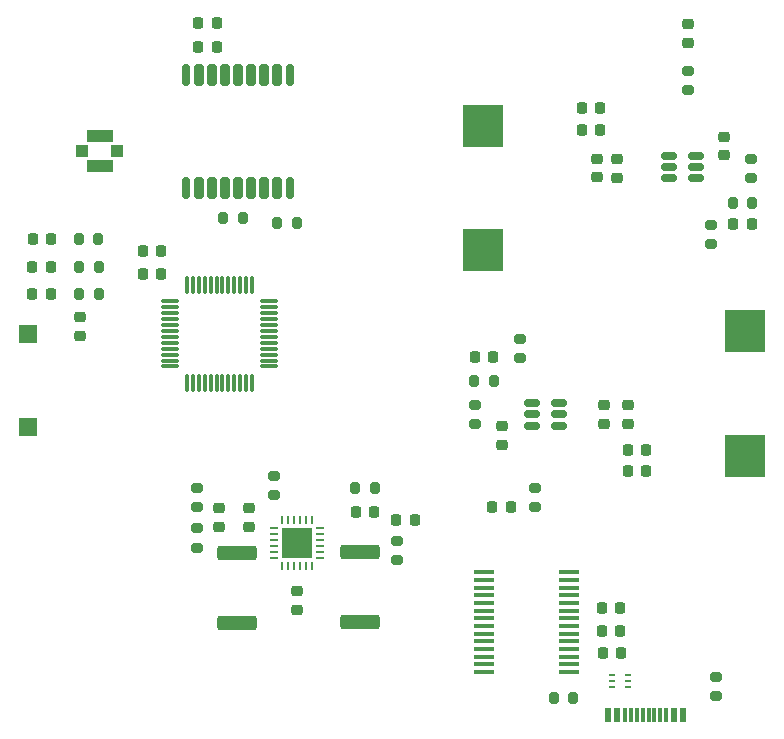
<source format=gbr>
%TF.GenerationSoftware,KiCad,Pcbnew,7.0.7*%
%TF.CreationDate,2024-10-25T12:06:38-05:00*%
%TF.ProjectId,TrackingTurrentBoard,54726163-6b69-46e6-9754-757272656e74,rev?*%
%TF.SameCoordinates,Original*%
%TF.FileFunction,Paste,Top*%
%TF.FilePolarity,Positive*%
%FSLAX46Y46*%
G04 Gerber Fmt 4.6, Leading zero omitted, Abs format (unit mm)*
G04 Created by KiCad (PCBNEW 7.0.7) date 2024-10-25 12:06:38*
%MOMM*%
%LPD*%
G01*
G04 APERTURE LIST*
G04 Aperture macros list*
%AMRoundRect*
0 Rectangle with rounded corners*
0 $1 Rounding radius*
0 $2 $3 $4 $5 $6 $7 $8 $9 X,Y pos of 4 corners*
0 Add a 4 corners polygon primitive as box body*
4,1,4,$2,$3,$4,$5,$6,$7,$8,$9,$2,$3,0*
0 Add four circle primitives for the rounded corners*
1,1,$1+$1,$2,$3*
1,1,$1+$1,$4,$5*
1,1,$1+$1,$6,$7*
1,1,$1+$1,$8,$9*
0 Add four rect primitives between the rounded corners*
20,1,$1+$1,$2,$3,$4,$5,0*
20,1,$1+$1,$4,$5,$6,$7,0*
20,1,$1+$1,$6,$7,$8,$9,0*
20,1,$1+$1,$8,$9,$2,$3,0*%
G04 Aperture macros list end*
%ADD10RoundRect,0.200000X-0.200000X-0.275000X0.200000X-0.275000X0.200000X0.275000X-0.200000X0.275000X0*%
%ADD11RoundRect,0.200000X0.275000X-0.200000X0.275000X0.200000X-0.275000X0.200000X-0.275000X-0.200000X0*%
%ADD12RoundRect,0.225000X-0.225000X-0.250000X0.225000X-0.250000X0.225000X0.250000X-0.225000X0.250000X0*%
%ADD13RoundRect,0.225000X-0.250000X0.225000X-0.250000X-0.225000X0.250000X-0.225000X0.250000X0.225000X0*%
%ADD14RoundRect,0.200000X-0.275000X0.200000X-0.275000X-0.200000X0.275000X-0.200000X0.275000X0.200000X0*%
%ADD15R,1.500000X1.500000*%
%ADD16RoundRect,0.250000X-1.425000X0.362500X-1.425000X-0.362500X1.425000X-0.362500X1.425000X0.362500X0*%
%ADD17RoundRect,0.225000X0.250000X-0.225000X0.250000X0.225000X-0.250000X0.225000X-0.250000X-0.225000X0*%
%ADD18R,0.990600X0.990600*%
%ADD19R,2.209800X1.041400*%
%ADD20RoundRect,0.150000X0.512500X0.150000X-0.512500X0.150000X-0.512500X-0.150000X0.512500X-0.150000X0*%
%ADD21RoundRect,0.075000X-0.662500X-0.075000X0.662500X-0.075000X0.662500X0.075000X-0.662500X0.075000X0*%
%ADD22RoundRect,0.075000X-0.075000X-0.662500X0.075000X-0.662500X0.075000X0.662500X-0.075000X0.662500X0*%
%ADD23RoundRect,0.218750X-0.218750X-0.256250X0.218750X-0.256250X0.218750X0.256250X-0.218750X0.256250X0*%
%ADD24R,3.505200X3.657600*%
%ADD25RoundRect,0.225000X0.225000X0.250000X-0.225000X0.250000X-0.225000X-0.250000X0.225000X-0.250000X0*%
%ADD26R,0.480000X0.200000*%
%ADD27R,0.762000X0.254000*%
%ADD28R,0.254000X0.762000*%
%ADD29R,2.641600X2.641600*%
%ADD30RoundRect,0.200000X0.200000X0.275000X-0.200000X0.275000X-0.200000X-0.275000X0.200000X-0.275000X0*%
%ADD31R,1.750000X0.450000*%
%ADD32RoundRect,0.175000X-0.175000X0.725000X-0.175000X-0.725000X0.175000X-0.725000X0.175000X0.725000X0*%
%ADD33RoundRect,0.200000X-0.200000X0.700000X-0.200000X-0.700000X0.200000X-0.700000X0.200000X0.700000X0*%
%ADD34RoundRect,0.218750X-0.256250X0.218750X-0.256250X-0.218750X0.256250X-0.218750X0.256250X0.218750X0*%
%ADD35R,0.590000X1.150000*%
%ADD36R,0.298000X1.150000*%
%ADD37RoundRect,0.150000X-0.512500X-0.150000X0.512500X-0.150000X0.512500X0.150000X-0.512500X0.150000X0*%
G04 APERTURE END LIST*
%TO.C,U401*%
G36*
X137023000Y-101423500D02*
G01*
X135902200Y-101423500D01*
X135902200Y-100302700D01*
X137023000Y-100302700D01*
X137023000Y-101423500D01*
G37*
G36*
X137023000Y-102744300D02*
G01*
X135902200Y-102744300D01*
X135902200Y-101623500D01*
X137023000Y-101623500D01*
X137023000Y-102744300D01*
G37*
G36*
X138343800Y-101423500D02*
G01*
X137223000Y-101423500D01*
X137223000Y-100302700D01*
X138343800Y-100302700D01*
X138343800Y-101423500D01*
G37*
G36*
X138343800Y-102744300D02*
G01*
X137223000Y-102744300D01*
X137223000Y-101623500D01*
X138343800Y-101623500D01*
X138343800Y-102744300D01*
G37*
%TD*%
D10*
%TO.C,R101*%
X118628100Y-75793500D03*
X120278100Y-75793500D03*
%TD*%
D11*
%TO.C,R407*%
X135133906Y-97473485D03*
X135133906Y-95823485D03*
%TD*%
D12*
%TO.C,C104*%
X162988800Y-110842400D03*
X164538800Y-110842400D03*
%TD*%
D11*
%TO.C,R111*%
X172575000Y-114475000D03*
X172575000Y-112825000D03*
%TD*%
D13*
%TO.C,C202*%
X165150800Y-89865200D03*
X165150800Y-91415200D03*
%TD*%
D12*
%TO.C,C211*%
X161226200Y-64693800D03*
X162776200Y-64693800D03*
%TD*%
D10*
%TO.C,R107*%
X118682000Y-80467200D03*
X120332000Y-80467200D03*
%TD*%
D11*
%TO.C,R406*%
X145550000Y-103000000D03*
X145550000Y-101350000D03*
%TD*%
D13*
%TO.C,C406*%
X130519000Y-98589500D03*
X130519000Y-100139500D03*
%TD*%
D14*
%TO.C,R404*%
X128614000Y-100253500D03*
X128614000Y-101903500D03*
%TD*%
D12*
%TO.C,C210*%
X161226200Y-66573400D03*
X162776200Y-66573400D03*
%TD*%
D15*
%TO.C,SW101*%
X114300000Y-91657000D03*
X114300000Y-83857000D03*
%TD*%
D16*
%TO.C,R402*%
X142475000Y-102287500D03*
X142475000Y-108212500D03*
%TD*%
D17*
%TO.C,C101*%
X118745000Y-83960000D03*
X118745000Y-82410000D03*
%TD*%
D12*
%TO.C,C404*%
X145529000Y-99568000D03*
X147079000Y-99568000D03*
%TD*%
D18*
%TO.C,U302*%
X121896401Y-68326000D03*
D19*
X120421400Y-67076000D03*
D18*
X118946399Y-68326000D03*
D19*
X120421400Y-69576000D03*
%TD*%
D20*
%TO.C,U201*%
X159303300Y-91590200D03*
X159303300Y-90640200D03*
X159303300Y-89690200D03*
X157028300Y-89690200D03*
X157028300Y-90640200D03*
X157028300Y-91590200D03*
%TD*%
D11*
%TO.C,R203*%
X152196800Y-91465200D03*
X152196800Y-89815200D03*
%TD*%
D10*
%TO.C,R106*%
X118682000Y-78130400D03*
X120332000Y-78130400D03*
%TD*%
D12*
%TO.C,C302*%
X128765000Y-59563000D03*
X130315000Y-59563000D03*
%TD*%
%TO.C,C105*%
X162942200Y-108939400D03*
X164492200Y-108939400D03*
%TD*%
D13*
%TO.C,C405*%
X133029000Y-98589500D03*
X133029000Y-100139500D03*
%TD*%
D21*
%TO.C,U101*%
X126393500Y-81070000D03*
X126393500Y-81570000D03*
X126393500Y-82070000D03*
X126393500Y-82570000D03*
X126393500Y-83070000D03*
X126393500Y-83570000D03*
X126393500Y-84070000D03*
X126393500Y-84570000D03*
X126393500Y-85070000D03*
X126393500Y-85570000D03*
X126393500Y-86070000D03*
X126393500Y-86570000D03*
D22*
X127806000Y-87982500D03*
X128306000Y-87982500D03*
X128806000Y-87982500D03*
X129306000Y-87982500D03*
X129806000Y-87982500D03*
X130306000Y-87982500D03*
X130806000Y-87982500D03*
X131306000Y-87982500D03*
X131806000Y-87982500D03*
X132306000Y-87982500D03*
X132806000Y-87982500D03*
X133306000Y-87982500D03*
D21*
X134718500Y-86570000D03*
X134718500Y-86070000D03*
X134718500Y-85570000D03*
X134718500Y-85070000D03*
X134718500Y-84570000D03*
X134718500Y-84070000D03*
X134718500Y-83570000D03*
X134718500Y-83070000D03*
X134718500Y-82570000D03*
X134718500Y-82070000D03*
X134718500Y-81570000D03*
X134718500Y-81070000D03*
D22*
X133306000Y-79657500D03*
X132806000Y-79657500D03*
X132306000Y-79657500D03*
X131806000Y-79657500D03*
X131306000Y-79657500D03*
X130806000Y-79657500D03*
X130306000Y-79657500D03*
X129806000Y-79657500D03*
X129306000Y-79657500D03*
X128806000Y-79657500D03*
X128306000Y-79657500D03*
X127806000Y-79657500D03*
%TD*%
D17*
%TO.C,C207*%
X164214200Y-70595700D03*
X164214200Y-69045700D03*
%TD*%
D12*
%TO.C,C206*%
X152183800Y-85814200D03*
X153733800Y-85814200D03*
%TD*%
D17*
%TO.C,C208*%
X162509200Y-70574200D03*
X162509200Y-69024200D03*
%TD*%
D23*
%TO.C,D101*%
X114731600Y-75819000D03*
X116306600Y-75819000D03*
%TD*%
D24*
%TO.C,L202*%
X175056800Y-83591700D03*
X175056800Y-94132700D03*
%TD*%
D23*
%TO.C,D102*%
X153644500Y-98463400D03*
X155219500Y-98463400D03*
%TD*%
D25*
%TO.C,C102*%
X125616000Y-76835000D03*
X124066000Y-76835000D03*
%TD*%
D11*
%TO.C,R205*%
X156006800Y-85877200D03*
X156006800Y-84227200D03*
%TD*%
D26*
%TO.C,U103*%
X165100000Y-113675000D03*
X165100000Y-113175000D03*
X165100000Y-112675000D03*
X163800000Y-112675000D03*
X163800000Y-113175000D03*
X163800000Y-113675000D03*
%TD*%
D25*
%TO.C,C204*%
X166700800Y-93688200D03*
X165150800Y-93688200D03*
%TD*%
D13*
%TO.C,C401*%
X137125000Y-105625000D03*
X137125000Y-107175000D03*
%TD*%
D27*
%TO.C,U401*%
X135154500Y-100273185D03*
X135154500Y-100773311D03*
X135154500Y-101273437D03*
X135154500Y-101773563D03*
X135154500Y-102273689D03*
X135154500Y-102773815D03*
D28*
X135872685Y-103492000D03*
X136372811Y-103492000D03*
X136872937Y-103492000D03*
X137373063Y-103492000D03*
X137873189Y-103492000D03*
X138373315Y-103492000D03*
D27*
X139091500Y-102773815D03*
X139091500Y-102273689D03*
X139091500Y-101773563D03*
X139091500Y-101273437D03*
X139091500Y-100773311D03*
X139091500Y-100273185D03*
D28*
X138373315Y-99555000D03*
X137873189Y-99555000D03*
X137373063Y-99555000D03*
X136872937Y-99555000D03*
X136372811Y-99555000D03*
X135872685Y-99555000D03*
D29*
X137123000Y-101523500D03*
%TD*%
D12*
%TO.C,C106*%
X162929800Y-107034400D03*
X164479800Y-107034400D03*
%TD*%
D24*
%TO.C,L201*%
X152857200Y-76720700D03*
X152857200Y-66179700D03*
%TD*%
D11*
%TO.C,R102*%
X157225800Y-98478200D03*
X157225800Y-96828200D03*
%TD*%
D17*
%TO.C,C209*%
X173278800Y-68669200D03*
X173278800Y-67119200D03*
%TD*%
D13*
%TO.C,C203*%
X154482800Y-91643200D03*
X154482800Y-93193200D03*
%TD*%
D23*
%TO.C,D105*%
X114706300Y-80467200D03*
X116281300Y-80467200D03*
%TD*%
D14*
%TO.C,R208*%
X175590200Y-68974200D03*
X175590200Y-70624200D03*
%TD*%
D30*
%TO.C,R209*%
X175653200Y-72720200D03*
X174003200Y-72720200D03*
%TD*%
D12*
%TO.C,C301*%
X128765000Y-57531000D03*
X130315000Y-57531000D03*
%TD*%
D31*
%TO.C,U102*%
X152914800Y-104004400D03*
X152914800Y-104654400D03*
X152914800Y-105304400D03*
X152914800Y-105954400D03*
X152914800Y-106604400D03*
X152914800Y-107254400D03*
X152914800Y-107904400D03*
X152914800Y-108554400D03*
X152914800Y-109204400D03*
X152914800Y-109854400D03*
X152914800Y-110504400D03*
X152914800Y-111154400D03*
X152914800Y-111804400D03*
X152914800Y-112454400D03*
X160114800Y-112454400D03*
X160114800Y-111804400D03*
X160114800Y-111154400D03*
X160114800Y-110504400D03*
X160114800Y-109854400D03*
X160114800Y-109204400D03*
X160114800Y-108554400D03*
X160114800Y-107904400D03*
X160114800Y-107254400D03*
X160114800Y-106604400D03*
X160114800Y-105954400D03*
X160114800Y-105304400D03*
X160114800Y-104654400D03*
X160114800Y-104004400D03*
%TD*%
D14*
%TO.C,R210*%
X172161200Y-74562200D03*
X172161200Y-76212200D03*
%TD*%
D32*
%TO.C,U301*%
X136480000Y-61925000D03*
D33*
X135380000Y-61925000D03*
X134280000Y-61925000D03*
X133180000Y-61925000D03*
X132080000Y-61925000D03*
X130980000Y-61925000D03*
X129880000Y-61925000D03*
X128780000Y-61925000D03*
D32*
X127680000Y-61925000D03*
X127680000Y-71425000D03*
D33*
X128780000Y-71425000D03*
X129880000Y-71425000D03*
X130980000Y-71425000D03*
X132080000Y-71425000D03*
X133180000Y-71425000D03*
X134280000Y-71425000D03*
X135380000Y-71425000D03*
D32*
X136480000Y-71425000D03*
%TD*%
D34*
%TO.C,D103*%
X170256200Y-57581700D03*
X170256200Y-59156700D03*
%TD*%
D35*
%TO.C,J110*%
X163425000Y-116050000D03*
X164225000Y-116050000D03*
D36*
X165375000Y-116050000D03*
X166375000Y-116050000D03*
X166875000Y-116050000D03*
X167875000Y-116050000D03*
D35*
X169825000Y-116050000D03*
X169025000Y-116050000D03*
D36*
X168375000Y-116050000D03*
X167375000Y-116050000D03*
X165875000Y-116050000D03*
X164875000Y-116050000D03*
%TD*%
D37*
%TO.C,U202*%
X168605200Y-68722200D03*
X168605200Y-69672200D03*
X168605200Y-70622200D03*
X170880200Y-70622200D03*
X170880200Y-69672200D03*
X170880200Y-68722200D03*
%TD*%
D16*
%TO.C,R401*%
X132025000Y-102337500D03*
X132025000Y-108262500D03*
%TD*%
D10*
%TO.C,R110*%
X158850000Y-114675000D03*
X160500000Y-114675000D03*
%TD*%
%TO.C,R204*%
X152133800Y-87846200D03*
X153783800Y-87846200D03*
%TD*%
D25*
%TO.C,C205*%
X166687800Y-95466200D03*
X165137800Y-95466200D03*
%TD*%
D10*
%TO.C,R104*%
X135446000Y-74422000D03*
X137096000Y-74422000D03*
%TD*%
D30*
%TO.C,R105*%
X132524000Y-74041000D03*
X130874000Y-74041000D03*
%TD*%
D12*
%TO.C,C403*%
X142100000Y-98933000D03*
X143650000Y-98933000D03*
%TD*%
D25*
%TO.C,C212*%
X175603200Y-74498200D03*
X174053200Y-74498200D03*
%TD*%
D13*
%TO.C,C201*%
X163118800Y-89865200D03*
X163118800Y-91415200D03*
%TD*%
D23*
%TO.C,D104*%
X114706300Y-78130400D03*
X116281300Y-78130400D03*
%TD*%
D25*
%TO.C,C103*%
X125616000Y-78740000D03*
X124066000Y-78740000D03*
%TD*%
D14*
%TO.C,R403*%
X128614000Y-96824500D03*
X128614000Y-98474500D03*
%TD*%
D30*
%TO.C,R405*%
X143700000Y-96901000D03*
X142050000Y-96901000D03*
%TD*%
D14*
%TO.C,R103*%
X170256200Y-61544200D03*
X170256200Y-63194200D03*
%TD*%
M02*

</source>
